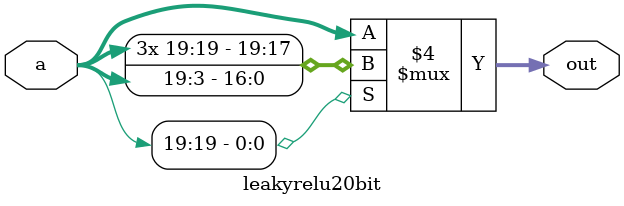
<source format=v>
`timescale 1ns / 1ps
module leakyrelu20bit(
    input signed [19:0] a,
    output reg signed [19:0] out
    );
    always @(a)
    begin
        if(a[19])
           out = a>>>3;
        else
           out = a;
    end
endmodule

</source>
